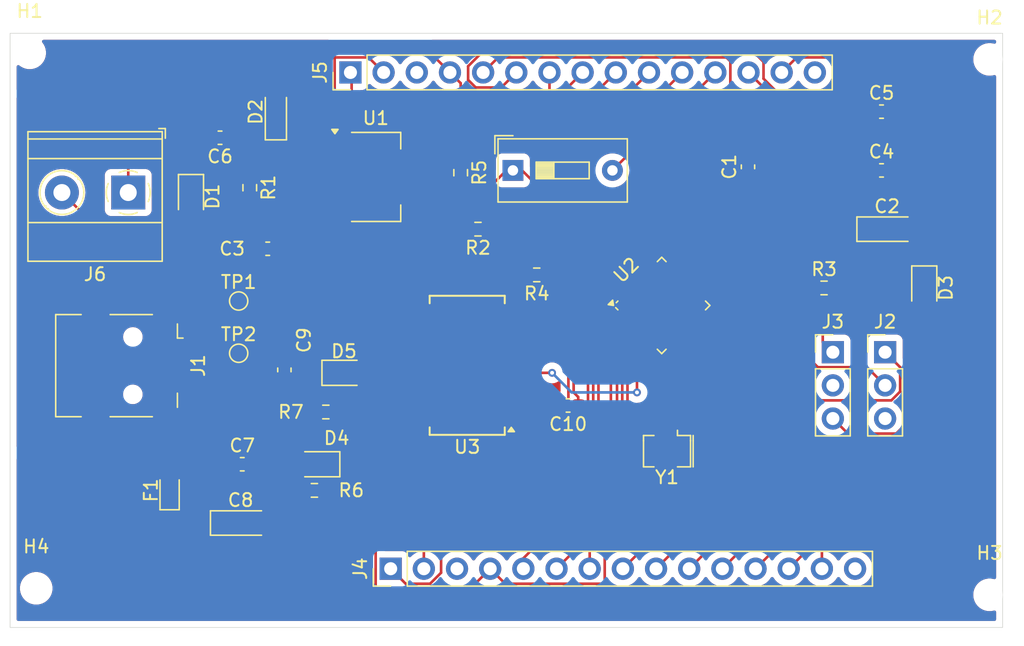
<source format=kicad_pcb>
(kicad_pcb (version 20240108) (generator "pcbnew") (generator_version "8.0")
  (layers (0 "F.Cu" signal) (1 "In1.Cu" power "GND") (2 "In2.Cu" power "PWR") (31 "B.Cu" signal) (34 "B.Paste" user) (35 "F.Paste" user) (36 "B.SilkS" user "B.Silkscreen") (37 "F.SilkS" user "F.Silkscreen") (38 "B.Mask" user) (39 "F.Mask" user) (44 "Edge.Cuts" user))
  (net 0 "")
  (net 1 "GND")
  (net 2 "/AREF")
  (net 3 "+5V")
  (net 4 "VCC")
  (net 5 "+3V3")
  (net 6 "Net-(U3-RTS)")
  (net 7 "/RESET")
  (net 8 "Net-(D1-A)")
  (net 9 "Net-(D3-A)")
  (net 10 "Net-(D4-K)")
  (net 11 "Net-(D5-K)")
  (net 12 "Net-(J1-VBUS)")
  (net 13 "/D_P")
  (net 14 "/D_N")
  (net 16 "/D13{slash}SCK")
  (net 17 "/D12{slash}MISO")
  (net 18 "/D11{slash}MOSI")
  (net 19 "/D2")
  (net 20 "/D4")
  (net 21 "/D10")
  (net 22 "/D1{slash}RX")
  (net 23 "/D5")
  (net 24 "/D6")
  (net 25 "/D0{slash}RX")
  (net 26 "/D9")
  (net 27 "/D8")
  (net 28 "/D3")
  (net 29 "/D7")
  (net 30 "/A3")
  (net 31 "/A4")
  (net 32 "/A5")
  (net 33 "/A7")
  (net 34 "/A6")
  (net 35 "/A1")
  (net 36 "/A2")
  (net 37 "/A0")
  (net 38 "/RX")
  (net 39 "/TX")
  (net 40 "Net-(U3-CBUS0)")
  (net 41 "Net-(U3-CBUS1)")
  (net 42 "/XTAL2")
  (net 43 "/XTAL1")
  (footprint "Capacitor_SMD:C_0603_1608Metric" (layer "F.Cu") (at 136.575 41 180)
    (property "Reference" "C6")
    (property "Value" "1u")
  )
  (footprint "Capacitor_SMD:C_0603_1608Metric" (layer "F.Cu") (at 187.225 39)
    (property "Reference" "C5")
    (property "Value" "1u")
  )
  (footprint "Capacitor_SMD:C_0603_1608Metric" (layer "F.Cu") (at 187.225 43.5)
    (property "Reference" "C4")
    (property "Value" "1u")
  )
  (footprint "Capacitor_SMD:C_0603_1608Metric" (layer "F.Cu") (at 177 43.225 90)
    (property "Reference" "C1")
    (property "Value" "100n")
  )
  (footprint "TestPoint:TestPoint_Pad_D1.0mm" (layer "F.Cu") (at 138 53.5)
    (property "Reference" "TP1")
    (property "Value" "~")
  )
  (footprint "MountingHole:MountingHole_2mm" (layer "F.Cu") (at 195.5 76)
    (property "Reference" "H3")
    (property "Value" "1.6mm")
  )
  (footprint "Resistor_SMD:R_0603_1608Metric" (layer "F.Cu") (at 156.325 48 180)
    (property "Reference" "R2")
    (property "Value" "1k")
  )
  (footprint "Resistor_SMD:R_0603_1608Metric" (layer "F.Cu") (at 138.85 44.825 -90)
    (property "Reference" "R1")
    (property "Value" "1k")
  )
  (footprint "MountingHole:MountingHole_2mm" (layer "F.Cu") (at 122.5 75.5)
    (property "Reference" "H4")
    (property "Value" "1.6mm")
  )
  (footprint "Capacitor_Tantalum_SMD:CP_EIA-3216-10_Kemet-I" (layer "F.Cu") (at 187.65 48)
    (property "Reference" "C2")
    (property "Value" "4u7_16V")
  )
  (footprint "Diode_SMD:D_0603_1608Metric" (layer "F.Cu") (at 132.7125 68 90)
    (property "Reference" "F1")
    (property "Value" "0603")
  )
  (footprint "Button_Switch_THT:SW_DIP_SPSTx01_Slide_9.78x4.72mm_W7.62mm_P2.54mm" (layer "F.Cu") (at 159 43.5)
    (property "Reference" "SW1" (hide yes))
    (property "Value" "SW_Push")
  )
  (footprint "Crystal:Resonator_SMD_Murata_CSTxExxV-3Pin_3.0x1.1mm" (layer "F.Cu") (at 170.8 65 180)
    (property "Reference" "Y1")
    (property "Value" "16MHz")
  )
  (footprint "MountingHole:MountingHole_2mm" (layer "F.Cu") (at 195.5 35)
    (property "Reference" "H2")
    (property "Value" "1.6mm")
  )
  (footprint "Capacitor_SMD:C_0603_1608Metric" (layer "F.Cu") (at 138.275 66)
    (property "Reference" "C7")
    (property "Value" "100n")
  )
  (footprint "Resistor_SMD:R_0603_1608Metric" (layer "F.Cu") (at 160.825 51.5 180)
    (property "Reference" "R4")
    (property "Value" "1k")
  )
  (footprint "LED_SMD:LED_0805_2012Metric" (layer "F.Cu") (at 146.0625 59)
    (property "Reference" "D5")
    (property "Value" "Green")
  )
  (footprint "Resistor_SMD:R_0603_1608Metric" (layer "F.Cu") (at 155 43.675 -90)
    (property "Reference" "R5")
    (property "Value" "1k")
  )
  (footprint "TestPoint:TestPoint_Pad_D1.0mm" (layer "F.Cu") (at 138 57.5)
    (property "Reference" "TP2")
    (property "Value" "~")
  )
  (footprint "LED_SMD:LED_0805_2012Metric" (layer "F.Cu") (at 134.35 45.5 -90)
    (property "Reference" "D1")
    (property "Value" "Green")
  )
  (footprint "TerminalBlock_Phoenix:TerminalBlock_Phoenix_MKDS-1,5-2-5.08_1x02_P5.08mm_Horizontal" (layer "F.Cu") (at 129.545 45.195 180)
    (property "Reference" "J6")
    (property "Value" "Screw_Terminal_01x02")
  )
  (footprint "Capacitor_SMD:C_0603_1608Metric" (layer "F.Cu") (at 163.225 61.5 180)
    (property "Reference" "C10")
    (property "Value" "100n")
  )
  (footprint "Diode_SMD:D_MicroSMP_AK" (layer "F.Cu") (at 140.85 39.02 90)
    (property "Reference" "D2")
    (property "Value" "Diode")
  )
  (footprint "Package_DFN_QFN:QFN-32-1EP_5x5mm_P0.5mm_EP3.1x3.1mm" (layer "F.Cu") (at 170.392544 53.839689 45)
    (property "Reference" "U2")
    (property "Value" "ATmega328P-M")
  )
  (footprint "MountingHole:MountingHole_2mm" (layer "F.Cu") (at 122 34.5)
    (property "Reference" "H1")
    (property "Value" "1.6mm")
  )
  (footprint "LED_SMD:LED_0805_2012Metric" (layer "F.Cu") (at 190.5 52.5 -90)
    (property "Reference" "D3")
    (property "Value" "Yellow")
  )
  (footprint "Resistor_SMD:R_0603_1608Metric" (layer "F.Cu") (at 182.825 52.5)
    (property "Reference" "R3")
    (property "Value" "1k")
  )
  (footprint "Connector_PinHeader_2.54mm:PinHeader_1x15_P2.54mm_Vertical" (layer "F.Cu") (at 146.56 36 90)
    (property "Reference" "J5")
    (property "Value" "~")
  )
  (footprint "Connector_PinHeader_2.54mm:PinHeader_1x03_P2.54mm_Vertical" (layer "F.Cu") (at 183.5 57.42)
    (property "Reference" "J3")
    (property "Value" "ICSP")
  )
  (footprint "Package_SO:SSOP-28_5.3x10.2mm_P0.65mm" (layer "F.Cu") (at 155.5 58.425 180)
    (property "Reference" "U3")
    (property "Value" "FT232RL")
  )
  (footprint "LED_SMD:LED_0805_2012Metric" (layer "F.Cu") (at 144.0625 66 180)
    (property "Reference" "D4")
    (property "Value" "RED")
  )
  (footprint "Capacitor_SMD:C_0603_1608Metric" (layer "F.Cu") (at 141.5 58.775 -90)
    (property "Reference" "C9")
    (property "Value" "100n")
  )
  (footprint "Capacitor_SMD:C_0603_1608Metric" (layer "F.Cu") (at 140.225 49.5)
    (property "Reference" "C3")
    (property "Value" "1u")
  )
  (footprint "Package_TO_SOT_SMD:SOT-223-3_TabPin2" (layer "F.Cu") (at 148.5 44)
    (property "Reference" "U1")
    (property "Value" "LM1117MP-5.0")
  )
  (footprint "Connector_USB:USB_Mini-B_Lumberg_2486_01_Horizontal" (layer "F.Cu") (at 129.9 58.45 -90)
    (property "Reference" "J1")
    (property "Value" "USB_B_Mini")
  )
  (footprint "Capacitor_Tantalum_SMD:CP_EIA-3216-10_Kemet-I" (layer "F.Cu") (at 138.15 70.5)
    (property "Reference" "C8")
    (property "Value" "4u7_16V")
  )
  (footprint "Resistor_SMD:R_0603_1608Metric" (layer "F.Cu") (at 143.8 68)
    (property "Reference" "R6")
    (property "Value" "1k")
  )
  (footprint "Connector_PinHeader_2.54mm:PinHeader_1x03_P2.54mm_Vertical" (layer "F.Cu") (at 187.5 57.42)
    (property "Reference" "J2")
    (property "Value" "~")
  )
  (footprint "Connector_PinHeader_2.54mm:PinHeader_1x15_P2.54mm_Vertical" (layer "F.Cu") (at 149.64 74 90)
    (property "Reference" "J4")
    (property "Value" "~")
  )
  (footprint "Resistor_SMD:R_0603_1608Metric" (layer "F.Cu") (at 144.675 62)
    (property "Reference" "R7")
    (property "Value" "1k")
  )
  (gr_rect (start 120.5 33) (end 196.5 78.5) (stroke (width 0.05)) (fill none) (layer "Edge.Cuts"))
  (segment (start 139.05 69.55) (end 139.05 66) (width 0.2) (layer "F.Cu") (net 1))
  (segment (start 170.8 65.75) (end 170.3 66.25) (width 0.2) (layer "F.Cu") (net 1))
  (segment (start 158.41 75.15) (end 157.26 74) (width 0.2) (layer "F.Cu") (net 1))
  (segment (start 188.35 63.65) (end 191.5 60.5) (width 0.2) (layer "F.Cu") (net 1))
  (segment (start 132.5 62.9) (end 132.5 62) (width 0.2) (layer "F.Cu") (net 1))
  (segment (start 170.8 65) (end 170.8 65.75) (width 0.2) (layer "F.Cu") (net 1))
  (segment (start 155 58.1) (end 157.4 58.1) (width 0.2) (layer "F.Cu") (net 1))
  (segment (start 184.65 63.65) (end 188.35 63.65) (width 0.2) (layer "F.Cu") (net 1))
  (segment (start 132.6 61.9) (end 132.6 60.05) (width 0.2) (layer "F.Cu") (net 1))
  (segment (start 169.165279 55.420507) (end 168.845748 55.740038) (width 0.2) (layer "F.Cu") (net 1))
  (segment (start 169.1 66.25) (end 167.772664 64.922664) (width 0.2) (layer "F.Cu") (net 1))
  (segment (start 183.5 62.5) (end 184.65 63.65) (width 0.2) (layer "F.Cu") (net 1))
  (segment (start 132.5 46.4125) (end 132.5 54) (width 0.2) (layer "F.Cu") (net 1))
  (segment (start 188 44.5) (end 189 45.5) (width 0.2) (layer "F.Cu") (net 1))
  (segment (start 133.4875 63.8875) (end 133.4875 67.652186) (width 0.2) (layer "F.Cu") (net 1))
  (segment (start 140.5 45.5) (end 140.5 44.5) (width 0.2) (layer "F.Cu") (net 1))
  (segment (start 170.3 66.25) (end 169.1 66.25) (width 0.2) (layer "F.Cu") (net 1))
  (segment (start 139.5 70.5) (end 139.5 70) (width 0.2) (layer "F.Cu") (net 1))
  (segment (start 135.8 43.1125) (end 134.35 44.5625) (width 0.2) (layer "F.Cu") (net 1))
  (segment (start 148.49 66) (end 148.49 64.700686) (width 0.2) (layer "F.Cu") (net 1))
  (segment (start 141 46.05) (end 141.025 46.025) (width 0.2) (layer "F.Cu") (net 1))
  (segment (start 157.4 58.1) (end 158.05 58.75) (width 0.2) (layer "F.Cu") (net 1))
  (segment (start 154 58.1) (end 154 59.675) (width 0.2) (layer "F.Cu") (net 1))
  (segment (start 171.93934 51.93934) (end 169.165279 54.713401) (width 0.2) (layer "F.Cu") (net 1))
  (segment (start 145.35 41.7) (end 145.35 34.91) (width 0.2) (layer "F.Cu") (net 1))
  (segment (start 154 58.1) (end 155 58.1) (width 0.2) (layer "F.Cu") (net 1))
  (segment (start 139.05 66) (end 135.95 62.9) (width 0.2) (layer "F.Cu") (net 1))
  (segment (start 142.562352 68.775) (end 142.275 68.487648) (width 0.2) (layer "F.Cu") (net 1))
  (segment (start 144.3375 59.1625) (end 144.3375 58.311768) (width 0.2) (layer "F.Cu") (net 1))
  (segment (start 155.71 75.55) (end 148.55 75.55) (width 0.2) (layer "F.Cu") (net 1))
  (segment (start 166.03 74.97) (end 165.85 75.15) (width 0.2) (layer "F.Cu") (net 1))
  (segment (start 168.564239 54.713401) (end 168.862095 54.713401) (width 0.2) (layer "F.Cu") (net 1))
  (segment (start 148.55 75.55) (end 148.49 75.49) (width 0.2) (layer "F.Cu") (net 1))
  (segment (start 139.3 59.55) (end 135.95 62.9) (width 0.2) (layer "F.Cu") (net 1))
  (segment (start 135.95 62.9) (end 132.5 62.9) (width 0.2) (layer "F.Cu") (net 1))
  (segment (start 169.1 66.25) (end 166.03 69.32) (width 0.2) (layer "F.Cu") (net 1))
  (segment (start 140.5 44.5) (end 143 42) (width 0.2) (layer "F.Cu") (net 1))
  (segment (start 141 49.5) (end 141 46.05) (width 0.2) (layer "F.Cu") (net 1))
  (segment (start 143.3 41.7) (end 143 42) (width 0.2) (layer "F.Cu") (net 1))
  (segment (start 135.8 41) (end 135.8 43.1125) (width 0.2) (layer "F.Cu") (net 1))
  (segment (start 133.4875 67.652186) (end 133.189686 67.95) (width 0.2) (layer "F.Cu") (net 1))
  (segment (start 145.35 41.7) (end 143.3 41.7) (width 0.2) (layer "F.Cu") (net 1))
  (segment (start 127.05 47.78) (end 127.05 54) (width 0.2) (layer "F.Cu") (net 1))
  (segment (start 141.025 46.025) (end 140.5 45.5) (width 0.2) (layer "F.Cu") (net 1))
  (segment (start 146.499268 56.15) (end 151.9 56.15) (width 0.2) (layer "F.Cu") (net 1))
  (segment (start 167.772664 64.922664) (end 167.772664 55.504976) (width 0.2) (layer "F.Cu") (net 1))
  (segment (start 191.5 60.5) (end 191.5 52.5625) (width 0.2) (layer "F.Cu") (net 1))
  (segment (start 145.715 68.775) (end 142.562352 68.775) (width 0.2) (layer "F.Cu") (net 1))
  (segment (start 169.165279 54.713401) (end 169.165279 55.420507) (width 0.2) (layer "F.Cu") (net 1))
  (segment (start 133.189686 67.95) (end 132.1 67.95) (width 0.2) (layer "F.Cu") (net 1))
  (segment (start 152.975 60.7) (end 151.9 60.7) (width 0.2) (layer "F.Cu") (net 1))
  (segment (start 142.275 61.225) (end 144.3375 59.1625) (width 0.2) (layer "F.Cu") (net 1))
  (segment (start 140.5 45.5) (end 139.7 44.7) (width 0.2) (layer "F.Cu") (net 1))
  (segment (start 168.862095 54.713401) (end 169.165279 55.016585) (width 0.2) (layer "F.Cu") (net 1))
  (segment (start 188 39) (end 188 43.5) (width 0.2) (layer "F.Cu") (net 1))
  (segment (start 147.95 34.85) (end 149.1 36) (width 0.2) (layer "F.Cu") (net 1))
  (segment (start 132.1 67.95) (end 127.05 62.9) (width 0.2) (layer "F.Cu") (net 1))
  (segment (start 167.772664 55.504976) (end 168.564239 54.713401) (width 0.2) (layer "F.Cu") (net 1))
  (segment (start 148.49 64.700686) (end 150.5 62.690686) (width 0.2) (layer "F.Cu") (net 1))
  (segment (start 145.41 34.85) (end 147.95 34.85) (width 0.2) (layer "F.Cu") (net 1))
  (segment (start 148.49 75.49) (end 148.49 66) (width 0.2) (layer "F.Cu") (net 1))
  (segment (start 188 43.5) (end 188 44.5) (width 0.2) (layer "F.Cu") (net 1))
  (segment (start 191.5 52.5625) (end 190.5 51.5625) (width 0.2) (layer "F.Cu") (net 1))
  (segment (start 139.5 70) (end 139.05 69.55) (width 0.2) (layer "F.Cu") (net 1))
  (segment (start 124.465 45.195) (end 127.05 47.78) (width 0.2) (layer "F.Cu") (net 1))
  (segment (start 150.5 62.690686) (end 150.5 61) (width 0.2) (layer "F.Cu") (net 1))
  (segment (start 134.35 44.5625) (end 132.5 46.4125) (width 0.2) (layer "F.Cu") (net 1))
  (segment (start 154 59.675) (end 152.975 60.7) (width 0.2) (layer "F.Cu") (net 1))
  (segment (start 150.8 60.7) (end 151.9 60.7) (width 0.2) (layer "F.Cu") (net 1))
  (segment (start 166.03 69.32) (end 166.03 74.97) (width 0.2) (layer "F.Cu") (net 1))
  (segment (start 137.3875 44.7) (end 135.8 43.1125) (width 0.2) (layer "F.Cu") (net 1))
  (segment (start 177 42.45) (end 167.67 42.45) (width 0.2) (layer "F.Cu") (net 1))
  (segment (start 127.05 54) (end 127.05 62.9) (width 0.2) (layer "F.Cu") (net 1))
  (segment (start 158.05 58.75) (end 159.1 58.75) (width 0.2) (layer "F.Cu") (net 1))
  (segment (start 189 45.5) (end 189 48) (width 0.2) (layer "F.Cu") (net 1))
  (segment (start 132.5 62) (end 132.6 61.9) (width 0.2) (layer "F.Cu") (net 1))
  (segment (start 189 48) (end 189 50.0625) (width 0.2) (layer "F.Cu") (net 1))
  (segment (start 169.165279 55.016585) (end 169.165279 55.420507) (width 0.2) (layer "F.Cu") (net 1))
  (segment (start 165.85 75.15) (end 158.41 75.15) (width 0.2) (layer "F.Cu") (net 1))
  (segment (start 167.67 42.45) (end 166.62 43.5) (width 0.2) (layer "F.Cu") (net 1))
  (segment (start 145.35 34.91) (end 145.41 34.85) (width 0.2) (layer "F.Cu") (net 1))
  (segment (start 144.3375 58.311768) (end 146.499268 56.15) (width 0.2) (layer "F.Cu") (net 1))
  (segment (start 148.49 66) (end 145.715 68.775) (width 0.2) (layer "F.Cu") (net 1))
  (segment (start 150.5 61) (end 150.8 60.7) (width 0.2) (layer "F.Cu") (net 1))
  (segment (start 189 50.0625) (end 190.5 51.5625) (width 0.2) (layer "F.Cu") (net 1))
  (segment (start 141.5 59.55) (end 139.3 59.55) (width 0.2) (layer "F.Cu") (net 1))
  (segment (start 139.7 44.7) (end 137.3875 44.7) (width 0.2) (layer "F.Cu") (net 1))
  (segment (start 132.5 54) (end 127.05 54) (width 0.2) (layer "F.Cu") (net 1))
  (segment (start 157.26 74) (end 155.71 75.55) (width 0.2) (layer "F.Cu") (net 1))
  (segment (start 132.5 62.9) (end 133.4875 63.8875) (width 0.2) (layer "F.Cu") (net 1))
  (segment (start 142.275 68.487648) (end 142.275 61.225) (width 0.2) (layer "F.Cu") (net 1))
  (segment (start 183.5 62.333654) (end 183.5 62.5) (width 0.2) (layer "F.Cu") (net 1))
  (segment (start 151.9 58.1) (end 154 58.1) (width 0.2) (layer "F.Cu") (net 1))
  (segment (start 180 44) (end 180 38.96) (width 0.2) (layer "F.Cu") (net 2))
  (segment (start 177 47.585786) (end 172.292893 52.292893) (width 0.2) (layer "F.Cu") (net 2))
  (segment (start 177 44) (end 180 44) (width 0.2) (layer "F.Cu") (net 2))
  (segment (start 177 44) (end 177 47.585786) (width 0.2) (layer "F.Cu") (net 2))
  (segment (start 180 38.96) (end 177.04 36) (width 0.2) (layer "F.Cu") (net 2))
  (segment (start 169.650083 55.748877) (end 168.5 56.89896) (width 0.2) (layer "F.Cu") (net 3))
  (segment (start 160.175 60.7) (end 160.5 60.375) (width 0.2) (layer "F.Cu") (net 3))
  (segment (start 160.5 60.375) (end 160.5 58.5) (width 0.2) (layer "F.Cu") (net 3))
  (segment (start 121.1 38) (end 121.1 64.6) (width 0.2) (layer "F.Cu") (net 3))
  (segment (start 159.1 60.7) (end 160.175 60.7) (width 0.2) (layer "F.Cu") (net 3))
  (segment (start 144.8 61.2) (end 147 59) (width 0.2) (layer "F.Cu") (net 3))
  (segment (start 174.275 51.725) (end 182.725 51.725) (width 0.2) (layer "F.Cu") (net 3))
  (segment (start 140.85 39.9) (end 144.95 35.8) (width 0.2) (layer "F.Cu") (net 3))
  (segment (start 129.5 38) (end 140.85 38) (width 0.2) (layer "F.Cu") (net 3))
  (segment (start 132.7125 68.7875) (end 133.2875 68.7875) (width 0.2) (layer "F.Cu") (net 3))
  (segment (start 151.65 47.65) (end 157.5 53.5) (width 0.2) (layer "F.Cu") (net 3))
  (segment (start 138.85 44) (end 138.85 42.5) (width 0.2) (layer "F.Cu") (net 3))
  (segment (start 168.475848 56.413122) (end 168.172664 56.109938) (width 0.2) (layer "F.Cu") (net 3))
  (segment (start 168.172664 56.109938) (end 168.172664 55.706016) (width 0.2) (layer "F.Cu") (net 3))
  (segment (start 161 59) (end 162 59) (width 0.2) (layer "F.Cu") (net 3))
  (segment (start 157.5 53.5) (end 156.925 53.5) (width 0.2) (layer "F.Cu") (net 3))
  (segment (start 186.3 43.65) (end 186.45 43.5) (width 0.2) (layer "F.Cu") (net 3))
  (segment (start 144.95 35.8) (end 144.95 34.55) (width 0.2) (layer "F.Cu") (net 3))
  (segment (start 160.5 54) (end 160 53.5) (width 0.2) (layer "F.Cu") (net 3))
  (segment (start 129.5 38) (end 121.1 38) (width 0.2) (layer "F.Cu") (net 3))
  (segment (start 144.95 34.55) (end 145.5 34) (width 0.2) (layer "F.Cu") (net 3))
  (segment (start 182.725 51.725) (end 186.3 48.15) (width 0.2) (layer "F.Cu") (net 3))
  (segment (start 168.5 56.89896) (end 168.5 60.5) (width 0.2) (layer "F.Cu") (net 3))
  (segment (start 186.3 48.15) (end 186.3 48) (width 0.2) (layer "F.Cu") (net 3))
  (segment (start 136.8 66.7) (end 137.5 66) (width 0.2) (layer "F.Cu") (net 3))
  (segment (start 129.545 38.045) (end 129.5 38) (width 0.2) (layer "F.Cu") (net 3))
  (segment (start 160.5 58.5) (end 161 59) (width 0.2) (layer "F.Cu") (net 3))
  (segment (start 169.199301 56.093592) (end 168.879771 56.413122) (width 0.2) (layer "F.Cu") (net 3))
  (segment (start 155 36.82) (end 154.18 36) (width 0.2) (layer "F.Cu") (net 3))
  (segment (start 186.3 48) (end 186.3 43.65) (width 0.2) (layer "F.Cu") (net 3))
  (segment (start 135 70.5) (end 136.8 70.5) (width 0.2) (layer "F.Cu") (net 3))
  (segment (start 136.8 70.5) (end 136.8 66.7) (width 0.2) (layer "F.Cu") (net 3))
  (segment (start 144.8 64.325) (end 144.8 61.2) (width 0.2) (layer "F.Cu") (net 3))
  (segment (start 147 59) (end 148.55 57.45) (width 0.2) (layer "F.Cu") (net 3))
  (segment (start 156.925 53.5) (end 152.975 57.45) (width 0.2) (layer "F.Cu") (net 3))
  (segment (start 133.2875 68.7875) (end 135 70.5) (width 0.2) (layer "F.Cu") (net 3))
  (segment (start 125.2875 68.7875) (end 132.7125 68.7875) (width 0.2) (layer "F.Cu") (net 3))
  (segment (start 148.55 57.45) (end 151.9 57.45) (width 0.2) (layer "F.Cu") (net 3))
  (segment (start 121.1 64.6) (end 125.2875 68.7875) (width 0.2) (layer "F.Cu") (net 3))
  (segment (start 182.725 51.725) (end 182.725 56.645) (width 0.2) (layer "F.Cu") (net 3))
  (segment (start 182.725 56.645) (end 183.5 57.42) (width 0.2) (layer "F.Cu") (net 3))
  (segment (start 186.45 43.5) (end 186.45 39) (width 0.2) (layer "F.Cu") (net 3))
  (segment (start 140.85 39.9) (end 140.85 40.5) (width 0.2) (layer "F.Cu") (net 3))
  (segment (start 145.5 34) (end 152.18 34) (width 0.2) (layer "F.Cu") (net 3))
  (segment (start 140.85 40.5) (end 138.85 42.5) (width 0.2) (layer "F.Cu") (net 3))
  (segment (start 168.172664 55.706016) (end 168.492195 55.386485) (width 0.2) (layer "F.Cu") (net 3))
  (segment (start 145.35 44) (end 151.65 44) (width 0.2) (layer "F.Cu") (net 3))
  (segment (start 143.125 66) (end 144.8 64.325) (width 0.2) (layer "F.Cu") (net 3))
  (segment (start 140.85 39.9) (end 140.85 38) (width 0.2) (layer "F.Cu") (net 3))
  (segment (start 152.975 57.45) (end 151.9 57.45) (width 0.2) (layer "F.Cu") (net 3))
  (segment (start 151.65 44) (end 151.65 47.65) (width 0.2) (layer "F.Cu") (net 3))
  (segment (start 173 53) (end 174.275 51.725) (width 0.2) (layer "F.Cu") (net 3))
  (segment (start 138.85 42.5) (end 137.35 41) (width 0.2) (layer "F.Cu") (net 3))
  (segment (start 160 53.5) (end 157.5 53.5) (width 0.2) (layer "F.Cu") (net 3))
  (segment (start 168.879771 56.413122) (end 168.475848 56.413122) (width 0.2) (layer "F.Cu") (net 3))
  (segment (start 152.18 34) (end 154.18 36) (width 0.2) (layer "F.Cu") (net 3))
  (segment (start 152.8 42.85) (end 155 42.85) (width 0.2) (layer "F.Cu") (net 3))
  (segment (start 155 42.85) (end 155 36.82) (width 0.2) (layer "F.Cu") (net 3))
  (segment (start 129.545 45.195) (end 129.545 38.045) (width 0.2) (layer "F.Cu") (net 3))
  (segment (start 169.199301 56.093592) (end 169.544016 55.748877) (width 0.2) (layer "F.Cu") (net 3))
  (segment (start 169.544016 55.748877) (end 169.650083 55.748877) (width 0.2) (layer "F.Cu") (net 3))
  (segment (start 151.65 44) (end 152.8 42.85) (width 0.2) (layer "F.Cu") (net 3))
  (segment (start 160.5 58.5) (end 160.5 54) (width 0.2) (layer "F.Cu") (net 3))
  (via (at 162 59) (size 0.6) (drill 0.3) (layers "F.Cu" "B.Cu") (net 3))
  (via (at 168.5 60.5) (size 0.6) (drill 0.3) (layers "F.Cu" "B.Cu") (net 3))
  (segment (start 163.5 60.5) (end 162 59) (width 0.2) (layer "B.Cu") (net 3))
  (segment (start 168.5 60.5) (end 163.5 60.5) (width 0.2) (layer "B.Cu") (net 3))
  (segment (start 146.56 36) (end 146.65 36.09) (width 0.2) (layer "F.Cu") (net 4))
  (segment (start 139.45 49.5) (end 140.225 50.275) (width 0.2) (layer "F.Cu") (net 4))
  (segment (start 144.05 45) (end 145.35 46.3) (width 0.2) (layer "F.Cu") (net 4))
  (segment (start 144.05 42.95) (end 144.05 45) (width 0.2) (layer "F.Cu") (net 4))
  (segment (start 146.65 42.354594) (end 146.254594 42.75) (width 0.2) (layer "F.Cu") (net 4))
  (segment (start 145.35 46.65) (end 145.35 46.3) (width 0.2) (layer "F.Cu") (net 4))
  (segment (start 146.254594 42.75) (end 144.25 42.75) (width 0.2) (layer "F.Cu") (net 4))
  (segment (start 146.65 36.09) (end 146.65 42.354594) (width 0.2) (layer "F.Cu") (net 4))
  (segment (start 144.25 42.75) (end 144.05 42.95) (width 0.2) (layer "F.Cu") (net 4))
  (segment (start 141.725 50.275) (end 145.35 46.65) (width 0.2) (layer "F.Cu") (net 4))
  (segment (start 140.225 50.275) (end 141.725 50.275) (width 0.2) (layer "F.Cu") (net 4))
  (segment (start 193 36.5) (end 193 76.5) (width 0.2) (layer "F.Cu") (net 5))
  (segment (start 180.73 34.85) (end 191.35 34.85) (width 0.2) (layer "F.Cu") (net 5))
  (segment (start 193 76.5) (end 192.6 76.9) (width 0.2) (layer "F.Cu") (net 5))
  (segment (start 142.275 58.775) (end 141.5 58) (width 0.2) (layer "F.Cu") (net 5))
  (segment (start 141.5 58) (end 142 58) (width 0.2) (layer "F.Cu") (net 5))
  (segment (start 143 57) (end 143.5 57) (width 0.2) (layer "F.Cu") (net 5))
  (segment (start 141 64.5) (end 139.5 63) (width 0.2) (layer "F.Cu") (net 5))
  (segment (start 191.35 34.85) (end 193 36.5) (width 0.2) (layer "F.Cu") (net 5))
  (segment (start 142 58) (end 143 57) (width 0.2) (layer "F.Cu") (net 5))
  (segment (start 143.5 57) (end 145 55.5) (width 0.2) (layer "F.Cu") (net 5))
  (segment (start 139.5 63) (end 142.275 60.225) (width 0.2) (layer "F.Cu") (net 5))
  (segment (start 179.58 36) (end 180.73 34.85) (width 0.2) (layer "F.Cu") (net 5))
  (segment (start 142.275 60.225) (end 142.275 58.775) (width 0.2) (layer "F.Cu") (net 5))
  (segment (start 141 76.9) (end 141 64.5) (width 0.2) (layer "F.Cu") (net 5))
  (segment (start 145 55.5) (end 151.9 55.5) (width 0.2) (layer "F.Cu") (net 5))
  (segment (start 192.6 76.9) (end 141 76.9) (width 0.2) (layer "F.Cu") (net 5))
  (segment (start 162.3 61.35) (end 159.1 61.35) (width 0.2) (layer "F.Cu") (net 6))
  (segment (start 162.45 61.5) (end 162.3 61.35) (width 0.2) (layer "F.Cu") (net 6))
  (segment (start 157.5 44.5) (end 155 44.5) (width 0.2) (layer "F.Cu") (net 7))
  (segment (start 162.968628 54.165685) (end 162.968628 54.165686) (width 0.2) (layer "F.Cu") (net 7))
  (segment (start 159 43.5) (end 158.5 43.5) (width 0.2) (layer "F.Cu") (net 7))
  (segment (start 162.702942 53.4) (end 162.901471 53.598529) (width 0.2) (layer "F.Cu") (net 7))
  (segment (start 156.45 45.95) (end 156.45 48.487648) (width 0.2) (layer "F.Cu") (net 7))
  (segment (start 163.65 60.5) (end 164 60.85) (width 0.2) (layer "F.Cu") (net 7))
  (segment (start 158.462352 50.5) (end 159 50.5) (width 0.2) (layer "F.Cu") (net 7))
  (segment (start 159 50.5) (end 159 52.5) (width 0.2) (layer "F.Cu") (net 7))
  (segment (start 159 52.5) (end 160.33098 52.5) (width 0.2) (layer "F.Cu") (net 7))
  (segment (start 164.35 61.15) (end 164 61.5) (width 0.2) (layer "F.Cu") (net 7))
  (segment (start 163.65 56.337648) (end 163.65 60.5) (width 0.2) (layer "F.Cu") (net 7))
  (segment (start 162.968628 54.165686) (end 163.802943 55) (width 0.2) (layer "F.Cu") (net 7))
  (segment (start 158.5 43.5) (end 157.5 44.5) (width 0.2) (layer "F.Cu") (net 7))
  (segment (start 163.802943 56.184705) (end 163.65 56.337648) (width 0.2) (layer "F.Cu") (net 7))
  (segment (start 164 60.85) (end 164 61.5) (width 0.2) (layer "F.Cu") (net 7))
  (segment (start 161.23098 53.4) (end 162.702942 53.4) (width 0.2) (layer "F.Cu") (net 7))
  (segment (start 160.33098 52.5) (end 161.23098 53.4) (width 0.2) (layer "F.Cu") (net 7))
  (segment (start 162.901471 53.598529) (end 162.901471 54.098528) (width 0.2) (layer "F.Cu") (net 7))
  (segment (start 159 43.5) (end 159.699302 43.5) (width 0.2) (layer "F.Cu") (net 7))
  (segment (start 159.699302 43.5) (end 168.492195 52.292893) (width 0.2) (layer "F.Cu") (net 7))
  (segment (start 162.901471 54.098528) (end 162.968628 54.165685) (width 0.2) (layer "F.Cu") (net 7))
  (segment (start 163.802943 55) (end 163.802943 56.184705) (width 0.2) (layer "F.Cu") (net 7))
  (segment (start 156.45 48.487648) (end 158.462352 50.5) (width 0.2) (layer "F.Cu") (net 7))
  (segment (start 155 44.5) (end 156.45 45.95) (width 0.2) (layer "F.Cu") (net 7))
  (segment (start 138.0625 46.4375) (end 138.85 45.65) (width 0.2) (layer "F.Cu") (net 8))
  (segment (start 134.35 46.4375) (end 138.0625 46.4375) (width 0.2) (layer "F.Cu") (net 8))
  (segment (start 190.5 53.4375) (end 184.5875 53.4375) (width 0.2) (layer "F.Cu") (net 9))
  (segment (start 184.5875 53.4375) (end 183.65 52.5) (width 0.2) (layer "F.Cu") (net 9))
  (segment (start 143 68) (end 145 66) (width 0.2) (layer "F.Cu") (net 10))
  (segment (start 142.975 68) (end 143 68) (width 0.2) (layer "F.Cu") (net 10))
  (segment (start 145.125 59) (end 144 60.125) (width 0.2) (layer "F.Cu") (net 11))
  (segment (start 144 61.85) (end 143.85 62) (width 0.2) (layer "F.Cu") (net 11))
  (segment (start 144 60.125) (end 144 61.85) (width 0.2) (layer "F.Cu") (net 11))
  (segment (start 129.05 63.55) (end 129.05 57.55) (width 0.2) (layer "F.Cu") (net 12))
  (segment (start 130.75 57.5) (end 131.4 56.85) (width 0.2) (layer "F.Cu") (net 12))
  (segment (start 131.4 56.85) (end 132.6 56.85) (width 0.2) (layer "F.Cu") (net 12))
  (segment (start 129.05 63.55) (end 132.7125 67.2125) (width 0.2) (layer "F.Cu") (net 12))
  (segment (start 129 57.5) (end 130.75 57.5) (width 0.2) (layer "F.Cu") (net 12))
  (segment (start 129.05 57.55) (end 129 57.5) (width 0.2) (layer "F.Cu") (net 12))
  (segment (start 137.05 58.45) (end 138 57.5) (width 0.2) (layer "F.Cu") (net 13))
  (segment (start 141.3 54.2) (end 151.9 54.2) (width 0.2) (layer "F.Cu") (net 13))
  (segment (start 132.6 58.45) (end 137.05 58.45) (width 0.2) (layer "F.Cu") (net 13))
  (segment (start 138 57.5) (end 141.3 54.2) (width 0.2) (layer "F.Cu") (net 13))
  (segment (start 138 53.5) (end 152.9 53.5) (width 0.2) (layer "F.Cu") (net 14))
  (segment (start 153.5 54.1) (end 153.5 54.325) (width 0.2) (layer "F.Cu") (net 14))
  (segment (start 132.6 57.65) (end 133.85 57.65) (width 0.2) (layer "F.Cu") (net 14))
  (segment (start 153.5 54.325) (end 152.975 54.85) (width 0.2) (layer "F.Cu") (net 14))
  (segment (start 152.9 53.5) (end 153.5 54.1) (width 0.2) (layer "F.Cu") (net 14))
  (segment (start 152.975 54.85) (end 151.9 54.85) (width 0.2) (layer "F.Cu") (net 14))
  (segment (start 133.85 57.65) (end 138 53.5) (width 0.2) (layer "F.Cu") (net 14))
  (segment (start 186.11 58.57) (end 187.5 59.96) (width 0.2) (layer "F.Cu") (net 16))
  (segment (start 174.207107 52.5) (end 173.353554 53.353553) (width 0.2) (layer "F.Cu") (net 16))
  (segment (start 182 52.5) (end 174.207107 52.5) (width 0.2) (layer "F.Cu") (net 16))
  (segment (start 182 58.22) (end 182.35 58.57) (width 0.2) (layer "F.Cu") (net 16))
  (segment (start 182 52.5) (end 182 58.22) (width 0.2) (layer "F.Cu") (net 16))
  (segment (start 182.35 58.57) (end 186.11 58.57) (width 0.2) (layer "F.Cu") (net 16))
  (segment (start 187.976346 61.11) (end 188.65 60.436346) (width 0.2) (layer "F.Cu") (net 17))
  (segment (start 173.353555 54.325825) (end 180.13773 61.11) (width 0.2) (layer "F.Cu") (net 17))
  (segment (start 188.65 58.57) (end 187.5 57.42) (width 0.2) (layer "F.Cu") (net 17))
  (segment (start 173.353554 54.325825) (end 173.353555 54.325825) (width 0.2) (layer "F.Cu") (net 17))
  (segment (start 188.65 60.436346) (end 188.65 58.57) (width 0.2) (layer "F.Cu") (net 17))
  (segment (start 180.13773 61.11) (end 187.976346 61.11) (width 0.2) (layer "F.Cu") (net 17))
  (segment (start 173 54.679378) (end 182.66 64.339378) (width 0.2) (layer "F.Cu") (net 18))
  (segment (start 182.66 64.339378) (end 182.66 74) (width 0.2) (layer "F.Cu") (net 18))
  (segment (start 159.8 73.2) (end 166.5 66.5) (width 0.2) (layer "F.Cu") (net 19))
  (segment (start 166.5 66.5) (end 166.5 54.285087) (width 0.2) (layer "F.Cu") (net 19))
  (segment (start 159.8 74) (end 159.8 73.2) (width 0.2) (layer "F.Cu") (net 19))
  (segment (start 166.5 54.285087) (end 167.431534 53.353553) (width 0.2) (layer "F.Cu") (net 19))
  (segment (start 167.785088 54.679378) (end 167.372664 55.091802) (width 0.2) (layer "F.Cu") (net 20))
  (segment (start 167.372664 65.08835) (end 168.392157 66.107843) (width 0.2) (layer "F.Cu") (net 20))
  (segment (start 167.372664 55.091802) (end 167.372664 65.08835) (width 0.2) (layer "F.Cu") (net 20))
  (segment (start 164.88 69.62) (end 164.88 74) (width 0.2) (layer "F.Cu") (net 20))
  (segment (start 168.392157 66.107843) (end 164.88 69.62) (width 0.2) (layer "F.Cu") (net 20))
  (segment (start 182 72.12) (end 180.12 74) (width 0.2) (layer "F.Cu") (net 21))
  (segment (start 182 64.386485) (end 182 72.12) (width 0.2) (layer "F.Cu") (net 21))
  (segment (start 172.646447 55.032932) (end 182 64.386485) (width 0.2) (layer "F.Cu") (net 21))
  (segment (start 149.64 74) (end 150.79 75.15) (width 0.2) (layer "F.Cu") (net 22))
  (segment (start 165.55 55.05) (end 164.319531 53.819531) (width 0.2) (layer "F.Cu") (net 22))
  (segment (start 150.79 75.15) (end 152.656346 75.15) (width 0.2) (layer "F.Cu") (net 22))
  (segment (start 163.680469 52.680469) (end 162.5 51.5) (width 0.2) (layer "F.Cu") (net 22))
  (segment (start 152.656346 75.15) (end 153.5 74.306346) (width 0.2) (layer "F.Cu") (net 22))
  (segment (start 159.065686 69.5) (end 165.55 63.015686) (width 0.2) (layer "F.Cu") (net 22))
  (segment (start 164.319531 52.680469) (end 167.465557 52.680469) (width 0.2) (layer "F.Cu") (net 22))
  (segment (start 153.5 69.5) (end 159.065686 69.5) (width 0.2) (layer "F.Cu") (net 22))
  (segment (start 162.5 51.5) (end 161.65 51.5) (width 0.2) (layer "F.Cu") (net 22))
  (segment (start 167.465557 52.680469) (end 167.785088 53) (width 0.2) (layer "F.Cu") (net 22))
  (segment (start 153.5 74.306346) (end 153.5 69.5) (width 0.2) (layer "F.Cu") (net 22))
  (segment (start 164.319531 53.819531) (end 164.319531 52.680469) (width 0.2) (layer "F.Cu") (net 22))
  (segment (start 165.55 63.015686) (end 165.55 55.05) (width 0.2) (layer "F.Cu") (net 22))
  (segment (start 164.319531 52.680469) (end 163.680469 52.680469) (width 0.2) (layer "F.Cu") (net 22))
  (segment (start 172.294314 71.1) (end 170.32 71.1) (width 0.2) (layer "F.Cu") (net 23))
  (segment (start 170.32 71.1) (end 167.42 74) (width 0.2) (layer "F.Cu") (net 23))
  (segment (start 178.574725 64.819589) (end 172.294314 71.1) (width 0.2) (layer "F.Cu") (net 23))
  (segment (start 178.89757 64.819589) (end 178.574725 64.819589) (width 0.2) (layer "F.Cu") (net 23))
  (segment (start 170.87868 56.800699) (end 178.89757 64.819589) (width 0.2) (layer "F.Cu") (net 23))
  (segment (start 179.620361 64.693852) (end 179.620361 66) (width 0.2) (layer "F.Cu") (net 24))
  (segment (start 179.620361 66) (end 179.5 66) (width 0.2) (layer "F.Cu") (net 24))
  (segment (start 172.46 71.5) (end 169.96 74) (width 0.2) (layer "F.Cu") (net 24))
  (segment (start 173.641421 58.714912) (end 179.620361 64.693852) (width 0.2) (layer "F.Cu") (net 24))
  (segment (start 171.232233 56.447145) (end 173.5 58.714912) (width 0.2) (layer "F.Cu") (net 24))
  (segment (start 173.5 58.714912) (end 173.641421 58.714912) (width 0.2) (layer "F.Cu") (net 24))
  (segment (start 179.5 66) (end 174 71.5) (width 0.2) (layer "F.Cu") (net 24))
  (segment (start 174 71.5) (end 172.46 71.5) (width 0.2) (layer "F.Cu") (net 24))
  (segment (start 157.15 48) (end 163.492195 48) (width 0.2) (layer "F.Cu") (net 25))
  (segment (start 165.15 56.187648) (end 165.15 55.215686) (width 0.2) (layer "F.Cu") (net 25))
  (segment (start 164.717157 54.782843) (end 163.919531 53.985217) (width 0.2) (layer "F.Cu") (net 25))
  (segment (start 163.492195 48) (end 168.138641 52.646446) (width 0.2) (layer "F.Cu") (net 25))
  (segment (start 163.919531 53.653845) (end 163.919531 53.080469) (width 0.2) (layer "F.Cu") (net 25))
  (segment (start 165.15 62.85) (end 159 69) (width 0.2) (layer "F.Cu") (net 25))
  (segment (start 157.937648 48) (end 160.95 51.012352) (width 0.2) (layer "F.Cu") (net 25))
  (segment (start 163.919531 53.985217) (end 163.919531 53.653845) (width 0.2) (layer "F.Cu") (net 25))
  (segment (start 165.15 56.187648) (end 165.15 62.85) (width 0.2) (layer "F.Cu") (net 25))
  (segment (start 161.462352 52.5) (end 160.95 51.987648) (width 0.2) (layer "F.Cu") (net 25))
  (segment (start 157.15 48) (end 157.937648 48) (width 0.2) (layer "F.Cu") (net 25))
  (segment (start 152.18 69.82) (end 152.18 74) (width 0.2) (layer "F.Cu") (net 25))
  (segment (start 162.967157 52.532843) (end 162.934314 52.5) (width 0.2) (layer "F.Cu") (net 25))
  (segment (start 162.934314 52.5) (end 161.462352 52.5) (width 0.2) (layer "F.Cu") (net 25))
  (segment (start 160.95 51.012352) (end 160.95 51.987648) (width 0.2) (layer "F.Cu") (net 25))
  (segment (start 159 69) (end 153 69) (width 0.2) (layer "F.Cu") (net 25))
  (segment (start 153 69) (end 152.18 69.82) (width 0.2) (layer "F.Cu") (net 25))
  (segment (start 163.514783 53.080469) (end 162.967157 52.532843) (width 0.2) (layer "F.Cu") (net 25))
  (segment (start 163.919531 53.080469) (end 163.514783 53.080469) (width 0.2) (layer "F.Cu") (net 25))
  (segment (start 165.15 55.215686) (end 164.717157 54.782843) (width 0.2) (layer "F.Cu") (net 25))
  (segment (start 181 64.093592) (end 181 70.58) (width 0.2) (layer "F.Cu") (net 26))
  (segment (start 172.292893 55.386485) (end 181 64.093592) (width 0.2) (layer "F.Cu") (net 26))
  (segment (start 181 70.58) (end 177.58 74) (width 0.2) (layer "F.Cu") (net 26))
  (segment (start 171.93934 55.740038) (end 180.278941 64.079639) (width 0.2) (layer "F.Cu") (net 27))
  (segment (start 180.6 65.1) (end 180.6 70) (width 0.2) (layer "F.Cu") (net 27))
  (segment (start 179.04 70) (end 175.04 74) (width 0.2) (layer "F.Cu") (net 27))
  (segment (start 180.6 70) (end 179.04 70) (width 0.2) (layer "F.Cu") (net 27))
  (segment (start 180.420361 64.920361) (end 180.6 65.1) (width 0.2) (layer "F.Cu") (net 27))
  (segment (start 180.420361 64.079639) (end 180.420361 64.920361) (width 0.2) (layer "F.Cu") (net 27))
  (segment (start 180.278941 64.079639) (end 180.420361 64.079639) (width 0.2) (layer "F.Cu") (net 27))
  (segment (start 166.972664 65.972664) (end 166.972664 54.784695) (width 0.2) (layer "F.Cu") (net 28))
  (segment (start 167.467157 66.467157) (end 166.972664 65.972664) (width 0.2) (layer "F.Cu") (net 28))
  (segment (start 164.48 71.86) (end 164.48 69.454314) (width 0.2) (layer "F.Cu") (net 28))
  (segment (start 164.48 69.454314) (end 167.467157 66.467157) (width 0.2) (layer "F.Cu") (net 28))
  (segment (start 162.34 74) (end 164.48 71.86) (width 0.2) (layer "F.Cu") (net 28))
  (segment (start 166.972664 54.784695) (end 167.431534 54.325825) (width 0.2) (layer "F.Cu") (net 28))
  (segment (start 171.585787 56.093592) (end 180.020361 64.528166) (width 0.2) (layer "F.Cu") (net 29))
  (segment (start 180.020361 66.320361) (end 180.2 66.5) (width 0.2) (layer "F.Cu") (net 29))
  (segment (start 180.2 66.5) (end 180 66.5) (width 0.2) (layer "F.Cu") (net 29))
  (segment (start 180.020361 64.528166) (end 180.020361 66.320361) (width 0.2) (layer "F.Cu") (net 29))
  (segment (start 180 66.5) (end 172.5 74) (width 0.2) (layer "F.Cu") (net 29))
  (segment (start 163 44.679378) (end 163 39.5) (width 0.2) (layer "F.Cu") (net 30))
  (segment (start 163 39.5) (end 163.38 39.5) (width 0.2) (layer "F.Cu") (net 30))
  (segment (start 163.38 39.5) (end 166.88 36) (width 0.2) (layer "F.Cu") (net 30))
  (segment (start 169.552855 51.232233) (end 163 44.679378) (width 0.2) (layer "F.Cu") (net 30))
  (segment (start 169.199301 51.585786) (end 162.5 44.886485) (width 0.2) (layer "F.Cu") (net 31))
  (segment (start 163.34 37) (end 164.34 36) (width 0.2) (layer "F.Cu") (net 31))
  (segment (start 162.5 44.886485) (end 162.5 37.5) (width 0.2) (layer "F.Cu") (net 31))
  (segment (start 162.5 37.5) (end 163 37) (width 0.2) (layer "F.Cu") (net 31))
  (segment (start 163 37) (end 163.34 37) (width 0.2) (layer "F.Cu") (net 31))
  (segment (start 168.845748 51.93934) (end 161.8 44.893592) (width 0.2) (layer "F.Cu") (net 32))
  (segment (start 161.8 44.893592) (end 161.8 36) (width 0.2) (layer "F.Cu") (net 32))
  (segment (start 157.87 34.85) (end 156.72 36) (width 0.2) (layer "F.Cu") (net 33))
  (segment (start 176.225 46.946573) (end 176.225 43.551304) (width 0.2) (layer "F.Cu") (net 33))
  (segment (start 175.65 38.65) (end 175.65 35.15) (width 0.2) (layer "F.Cu") (net 33))
  (segment (start 175.65 35.15) (end 175.35 34.85) (width 0.2) (layer "F.Cu") (net 33))
  (segment (start 179 42) (end 175.65 38.65) (width 0.2) (layer "F.Cu") (net 33))
  (segment (start 176.225 43.551304) (end 176.526304 43.25) (width 0.2) (layer "F.Cu") (net 33))
  (segment (start 175.35 34.85) (end 157.87 34.85) (width 0.2) (layer "F.Cu") (net 33))
  (segment (start 177.75 43.25) (end 179 42) (width 0.2) (layer "F.Cu") (net 33))
  (segment (start 176.526304 43.25) (end 177.75 43.25) (width 0.2) (layer "F.Cu") (net 33))
  (segment (start 171.585787 51.585786) (end 176.225 46.946573) (width 0.2) (layer "F.Cu") (net 33))
  (segment (start 180.4 44.892893) (end 180.4 38.686346) (width 0.2) (layer "F.Cu") (net 34))
  (segment (start 177.45 34.45) (end 156.643654 34.45) (width 0.2) (layer "F.Cu") (net 34))
  (segment (start 158.11 37.15) (end 159.26 36) (width 0.2) (layer "F.Cu") (net 34))
  (segment (start 155.57 35.523654) (end 155.57 36.57) (width 0.2) (layer "F.Cu") (net 34))
  (segment (start 156.15 37.15) (end 158.11 37.15) (width 0.2) (layer "F.Cu") (net 34))
  (segment (start 155.57 36.57) (end 156.15 37.15) (width 0.2) (layer "F.Cu") (net 34))
  (segment (start 178.19 36.476346) (end 178.19 35.19) (width 0.2) (layer "F.Cu") (net 34))
  (segment (start 178.19 35.19) (end 177.45 34.45) (width 0.2) (layer "F.Cu") (net 34))
  (segment (start 180.4 38.686346) (end 178.19 36.476346) (width 0.2) (layer "F.Cu") (net 34))
  (segment (start 156.643654 34.45) (end 155.57 35.523654) (width 0.2) (layer "F.Cu") (net 34))
  (segment (start 172.646447 52.646446) (end 180.4 44.892893) (width 0.2) (layer "F.Cu") (net 34))
  (segment (start 164.475997 45.024003) (end 164.475997 40.024003) (width 0.2) (layer "F.Cu") (net 35))
  (segment (start 168.46 39.5) (end 171.96 36) (width 0.2) (layer "F.Cu") (net 35))
  (segment (start 165.024004 45.024003) (end 164.475997 45.024003) (width 0.2) (layer "F.Cu") (net 35))
  (segment (start 165 39.5) (end 168.46 39.5) (width 0.2) (layer "F.Cu") (net 35))
  (segment (start 170.87868 50.878679) (end 165.024004 45.024003) (width 0.2) (layer "F.Cu") (net 35))
  (segment (start 164.475997 40.024003) (end 165 39.5) (width 0.2) (layer "F.Cu") (net 35))
  (segment (start 164.445686 39) (end 166.42 39) (width 0.2) (layer "F.Cu") (net 36))
  (segment (start 164 39.445686) (end 164.445686 39) (width 0.2) (layer "F.Cu") (net 36))
  (segment (start 165.584575 46.556846) (end 165.443154 46.556846) (width 0.2) (layer "F.Cu") (net 36))
  (segment (start 164 45.113692) (end 164 39.445686) (width 0.2) (layer "F.Cu") (net 36))
  (segment (start 165.443154 46.556846) (end 164 45.113692) (width 0.2) (layer "F.Cu") (net 36))
  (segment (start 169.906408 50.878679) (end 165.584575 46.556846) (width 0.2) (layer "F.Cu") (net 36))
  (segment (start 166.42 39) (end 169.42 36) (width 0.2) (layer "F.Cu") (net 36))
  (segment (start 171.551764 50.508779) (end 165 43.957015) (width 0.2) (layer "F.Cu") (net 37))
  (segment (start 170 40.5) (end 174.5 36) (width 0.2) (layer "F.Cu") (net 37))
  (segment (start 165 43.957015) (end 165 40.5) (width 0.2) (layer "F.Cu") (net 37))
  (segment (start 171.232233 51.232233) (end 171.551764 50.912702) (width 0.2) (layer "F.Cu") (net 37))
  (segment (start 165 40.5) (end 170 40.5) (width 0.2) (layer "F.Cu") (net 37))
  (segment (start 171.551764 50.912702) (end 171.551764 50.508779) (width 0.2) (layer "F.Cu") (net 37))
  (segment (start 158.025 51) (end 158.5 51) (width 0.2) (layer "F.Cu") (net 38))
  (segment (start 158.5 51) (end 158.5 52.565685) (width 0.2) (layer "F.Cu") (net 38))
  (segment (start 158.5 52.565685) (end 158.834315 52.9) (width 0.2) (layer "F.Cu") (net 38))
  (segment (start 163.25 56.503334) (end 163.25 62.25) (width 0.2) (layer "F.Cu") (net 38))
  (segment (start 162.501471 55.754805) (end 163.25 56.503334) (width 0.2) (layer "F.Cu") (net 38))
  (segment (start 162.85 62.65) (end 159.1 62.65) (width 0.2) (layer "F.Cu") (net 38))
  (segment (start 162.501471 53.8) (end 162.501471 55.754805) (width 0.2) (layer "F.Cu") (net 38))
  (segment (start 161.065294 53.8) (end 162.501471 53.8) (width 0.2) (layer "F.Cu") (net 38))
  (segment (start 155.5 48) (end 155.5 48.753334) (width 0.2) (layer "F.Cu") (net 38))
  (segment (start 155.5 48.475) (end 158.025 51) (width 0.2) (layer "F.Cu") (net 38))
  (segment (start 158.834315 52.9) (end 160.165294 52.9) (width 0.2) (layer "F.Cu") (net 38))
  (segment (start 160.165294 52.9) (end 161.065294 53.8) (width 0.2) (layer "F.Cu") (net 38))
  (segment (start 163.25 62.25) (end 162.85 62.65) (width 0.2) (layer "F.Cu") (net 38))
  (segment (start 155.5 48) (end 155.5 48.475) (width 0.2) (layer "F.Cu") (net 38))
  (segment (start 160 51.5) (end 160 51.975) (width 0.2) (layer "F.Cu") (net 39))
  (segment (start 163.368628 53.5) (end 163.368628 54) (width 0.2) (layer "F.Cu") (net 39))
  (segment (start 157.925 63.175) (end 157.925 60.175) (width 0.2) (layer "F.Cu") (net 39))
  (segment (start 163.825 63.175) (end 157.925 63.175) (width 0.2) (layer "F.Cu") (net 39))
  (segment (start 161.396666 53) (end 160 51.603334) (width 0.2) (layer "F.Cu") (net 39))
  (segment (start 158.05 60.05) (end 159.1 60.05) (width 0.2) (layer "F.Cu") (net 39))
  (segment (start 164.75 62.25) (end 163.825 63.175) (width 0.2) (layer "F.Cu") (net 39))
  (segment (start 162.868628 53) (end 161.396666 53) (width 0.2) (layer "F.Cu") (net 39))
  (segment (start 164.75 55.381372) (end 164.75 62.25) (width 0.2) (layer "F.Cu") (net 39))
  (segment (start 163.368628 53.5) (end 162.868628 53) (width 0.2) (layer "F.Cu") (net 39))
  (segment (start 163.368628 54) (end 164.75 55.381372) (width 0.2) (layer "F.Cu") (net 39))
  (segment (start 160 51.603334) (end 160 51.5) (width 0.2) (layer "F.Cu") (net 39))
  (segment (start 157.925 60.175) (end 158.05 60.05) (width 0.2) (layer "F.Cu") (net 39))
  (segment (start 144.625 68) (end 149 63.625) (width 0.2) (layer "F.Cu") (net 40))
  (segment (start 149 60) (end 149.6 59.4) (width 0.2) (layer "F.Cu") (net 40))
  (segment (start 149.6 59.4) (end 151.9 59.4) (width 0.2) (layer "F.Cu") (net 40))
  (segment (start 149 63.625) (end 149 60) (width 0.2) (layer "F.Cu") (net 40))
  (segment (start 149.684314 58.75) (end 151.9 58.75) (width 0.2) (layer "F.Cu") (net 41))
  (segment (start 145.5 62) (end 148.5 62) (width 0.2) (layer "F.Cu") (net 41))
  (segment (start 148.5 59.934314) (end 149.684314 58.75) (width 0.2) (layer "F.Cu") (net 41))
  (segment (start 148.5 62) (end 148.5 59.934314) (width 0.2) (layer "F.Cu") (net 41))
  (segment (start 172 64) (end 169.906408 61.906408) (width 0.2) (layer "F.Cu") (net 42))
  (segment (start 172 65) (end 172 64) (width 0.2) (layer "F.Cu") (net 42))
  (segment (start 169.906408 61.906408) (end 169.906408 56.800699) (width 0.2) (layer "F.Cu") (net 42))
  (segment (start 169.6 65) (end 169.5 64.9) (width 0.2) (layer "F.Cu") (net 43))
  (segment (start 169.5 57.5) (end 169.233324 57.233324) (width 0.2) (layer "F.Cu") (net 43))
  (segment (start 169.233324 57.233324) (end 169.233324 56.766676) (width 0.2) (layer "F.Cu") (net 43))
  (segment (start 169.233324 56.766676) (end 169.552855 56.447145) (width 0.2) (layer "F.Cu") (net 43))
  (segment (start 169.5 64.9) (end 169.5 57.5) (width 0.2) (layer "F.Cu") (net 43))
  (zone (net 0) (net_name "") (layer "F.Cu") (priority 1) (connect_pads (clearance 0.5)) (min_thickness 0.25) (fill yes (thermal_gap 0.5) (thermal_bridge_width 0.5) (island_removal_mode 1) (island_area_min 10))
    (polygon (pts (xy 120.5 33) (xy 196.5 33) (xy 196.5 78.5) (xy 120.5 78.5)))
  )
  (zone (net 0) (net_name "") (layer "B.Cu") (priority 3) (connect_pads (clearance 0.5)) (min_thickness 0.25) (fill yes (thermal_gap 0.5) (thermal_bridge_width 0.5) (island_removal_mode 1) (island_area_min 10))
    (polygon (pts (xy 196.5 78.5) (xy 120.5 78.5) (xy 120.5 33) (xy 196.5 33)))
  )
)
</source>
